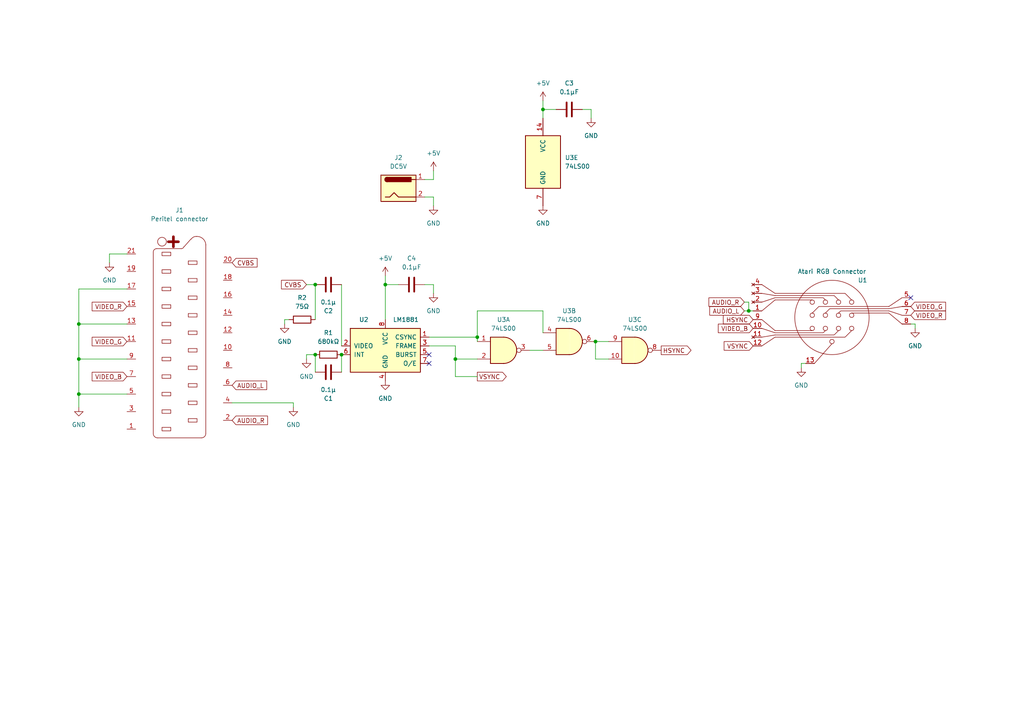
<source format=kicad_sch>
(kicad_sch (version 20230121) (generator eeschema)
  (paper "A4")
  (lib_symbols
    (symbol "74xx:74LS00" (pin_names (offset 1.016))
      (property "Reference" "U" (at 0 1.27 0))
      (property "Value" "74LS00" (at 0 -1.27 0))
      (symbol "74LS00_1_1"
        (arc (start 0 -3.81) (mid 3.7934 0) (end 0 3.81) (stroke (width 0.254)) (fill (type background)))
        (polyline (pts (xy 0 3.81) (xy -3.81 3.81) (xy -3.81 -3.81) (xy 0 -3.81)) (stroke (width 0.254)) (fill (type background)))
        (pin input line (at -7.62 2.54 0) (length 3.81) (name "~") (number "1"))
        (pin input line (at -7.62 -2.54 0) (length 3.81) (name "~") (number "2"))
        (pin output inverted (at 7.62 0 180) (length 3.81) (name "~") (number "3"))
      )
      (symbol "74LS00_1_2"
        (arc (start -3.81 -3.81) (mid -2.589 0) (end -3.81 3.81) (stroke (width 0.254)))
        (arc (start -0.6096 -3.81) (mid 2.1842 -2.5851) (end 3.81 0) (stroke (width 0.254)) (fill (type background)))
        (polyline (pts (xy -3.81 -3.81) (xy -0.635 -3.81)) (stroke (width 0.254)) (fill (type background)))
        (polyline (pts (xy -3.81 3.81) (xy -0.635 3.81)) (stroke (width 0.254)) (fill (type background)))
        (polyline (pts (xy -0.635 3.81) (xy -3.81 3.81) (xy -3.81 3.81) (xy -3.556 3.4036) (xy -3.0226 2.2606) (xy -2.6924 1.0414) (xy -2.6162 -0.254) (xy -2.7686 -1.4986) (xy -3.175 -2.7178) (xy -3.81 -3.81) (xy -3.81 -3.81) (xy -0.635 -3.81)) (stroke (width -25.4)) (fill (type background)))
        (arc (start 3.81 0) (mid 2.1915 2.5936) (end -0.6096 3.81) (stroke (width 0.254)) (fill (type background)))
        (pin input inverted (at -7.62 2.54 0) (length 4.318) (name "~") (number "1"))
        (pin input inverted (at -7.62 -2.54 0) (length 4.318) (name "~") (number "2"))
        (pin output line (at 7.62 0 180) (length 3.81) (name "~") (number "3"))
      )
      (symbol "74LS00_2_1"
        (arc (start 0 -3.81) (mid 3.7934 0) (end 0 3.81) (stroke (width 0.254)) (fill (type background)))
        (polyline (pts (xy 0 3.81) (xy -3.81 3.81) (xy -3.81 -3.81) (xy 0 -3.81)) (stroke (width 0.254)) (fill (type background)))
        (pin input line (at -7.62 2.54 0) (length 3.81) (name "~") (number "4"))
        (pin input line (at -7.62 -2.54 0) (length 3.81) (name "~") (number "5"))
        (pin output inverted (at 7.62 0 180) (length 3.81) (name "~") (number "6"))
      )
      (symbol "74LS00_2_2"
        (arc (start -3.81 -3.81) (mid -2.589 0) (end -3.81 3.81) (stroke (width 0.254)))
        (arc (start -0.6096 -3.81) (mid 2.1842 -2.5851) (end 3.81 0) (stroke (width 0.254)) (fill (type background)))
        (polyline (pts (xy -3.81 -3.81) (xy -0.635 -3.81)) (stroke (width 0.254)) (fill (type background)))
        (polyline (pts (xy -3.81 3.81) (xy -0.635 3.81)) (stroke (width 0.254)) (fill (type background)))
        (polyline (pts (xy -0.635 3.81) (xy -3.81 3.81) (xy -3.81 3.81) (xy -3.556 3.4036) (xy -3.0226 2.2606) (xy -2.6924 1.0414) (xy -2.6162 -0.254) (xy -2.7686 -1.4986) (xy -3.175 -2.7178) (xy -3.81 -3.81) (xy -3.81 -3.81) (xy -0.635 -3.81)) (stroke (width -25.4)) (fill (type background)))
        (arc (start 3.81 0) (mid 2.1915 2.5936) (end -0.6096 3.81) (stroke (width 0.254)) (fill (type background)))
        (pin input inverted (at -7.62 2.54 0) (length 4.318) (name "~") (number "4"))
        (pin input inverted (at -7.62 -2.54 0) (length 4.318) (name "~") (number "5"))
        (pin output line (at 7.62 0 180) (length 3.81) (name "~") (number "6"))
      )
      (symbol "74LS00_3_1"
        (arc (start 0 -3.81) (mid 3.7934 0) (end 0 3.81) (stroke (width 0.254)) (fill (type background)))
        (polyline (pts (xy 0 3.81) (xy -3.81 3.81) (xy -3.81 -3.81) (xy 0 -3.81)) (stroke (width 0.254)) (fill (type background)))
        (pin input line (at -7.62 -2.54 0) (length 3.81) (name "~") (number "10"))
        (pin output inverted (at 7.62 0 180) (length 3.81) (name "~") (number "8"))
        (pin input line (at -7.62 2.54 0) (length 3.81) (name "~") (number "9"))
      )
      (symbol "74LS00_3_2"
        (arc (start -3.81 -3.81) (mid -2.589 0) (end -3.81 3.81) (stroke (width 0.254)))
        (arc (start -0.6096 -3.81) (mid 2.1842 -2.5851) (end 3.81 0) (stroke (width 0.254)) (fill (type background)))
        (polyline (pts (xy -3.81 -3.81) (xy -0.635 -3.81)) (stroke (width 0.254)) (fill (type background)))
        (polyline (pts (xy -3.81 3.81) (xy -0.635 3.81)) (stroke (width 0.254)) (fill (type background)))
        (polyline (pts (xy -0.635 3.81) (xy -3.81 3.81) (xy -3.81 3.81) (xy -3.556 3.4036) (xy -3.0226 2.2606) (xy -2.6924 1.0414) (xy -2.6162 -0.254) (xy -2.7686 -1.4986) (xy -3.175 -2.7178) (xy -3.81 -3.81) (xy -3.81 -3.81) (xy -0.635 -3.81)) (stroke (width -25.4)) (fill (type background)))
        (arc (start 3.81 0) (mid 2.1915 2.5936) (end -0.6096 3.81) (stroke (width 0.254)) (fill (type background)))
        (pin input inverted (at -7.62 -2.54 0) (length 4.318) (name "~") (number "10"))
        (pin output line (at 7.62 0 180) (length 3.81) (name "~") (number "8"))
        (pin input inverted (at -7.62 2.54 0) (length 4.318) (name "~") (number "9"))
      )
      (symbol "74LS00_4_1"
        (arc (start 0 -3.81) (mid 3.7934 0) (end 0 3.81) (stroke (width 0.254)) (fill (type background)))
        (polyline (pts (xy 0 3.81) (xy -3.81 3.81) (xy -3.81 -3.81) (xy 0 -3.81)) (stroke (width 0.254)) (fill (type background)))
        (pin output inverted (at 7.62 0 180) (length 3.81) (name "~") (number "11"))
        (pin input line (at -7.62 2.54 0) (length 3.81) (name "~") (number "12"))
        (pin input line (at -7.62 -2.54 0) (length 3.81) (name "~") (number "13"))
      )
      (symbol "74LS00_4_2"
        (arc (start -3.81 -3.81) (mid -2.589 0) (end -3.81 3.81) (stroke (width 0.254)))
        (arc (start -0.6096 -3.81) (mid 2.1842 -2.5851) (end 3.81 0) (stroke (width 0.254)) (fill (type background)))
        (polyline (pts (xy -3.81 -3.81) (xy -0.635 -3.81)) (stroke (width 0.254)) (fill (type background)))
        (polyline (pts (xy -3.81 3.81) (xy -0.635 3.81)) (stroke (width 0.254)) (fill (type background)))
        (polyline (pts (xy -0.635 3.81) (xy -3.81 3.81) (xy -3.81 3.81) (xy -3.556 3.4036) (xy -3.0226 2.2606) (xy -2.6924 1.0414) (xy -2.6162 -0.254) (xy -2.7686 -1.4986) (xy -3.175 -2.7178) (xy -3.81 -3.81) (xy -3.81 -3.81) (xy -0.635 -3.81)) (stroke (width -25.4)) (fill (type background)))
        (arc (start 3.81 0) (mid 2.1915 2.5936) (end -0.6096 3.81) (stroke (width 0.254)) (fill (type background)))
        (pin output line (at 7.62 0 180) (length 3.81) (name "~") (number "11"))
        (pin input inverted (at -7.62 2.54 0) (length 4.318) (name "~") (number "12"))
        (pin input inverted (at -7.62 -2.54 0) (length 4.318) (name "~") (number "13"))
      )
      (symbol "74LS00_5_0"
        (pin power_in line (at 0 12.7 270) (length 5.08) (name "VCC") (number "14"))
        (pin power_in line (at 0 -12.7 90) (length 5.08) (name "GND") (number "7"))
      )
      (symbol "74LS00_5_1"
        (rectangle (start -5.08 7.62) (end 5.08 -7.62) (stroke (width 0.254)) (fill (type background)))
      )
    )
    (symbol "Connector:Barrel_Jack" (pin_names (offset 1.016))
      (property "Reference" "J" (at 0 5.334 0))
      (property "Value" "Barrel_Jack" (at 0 -5.08 0))
      (symbol "Barrel_Jack_0_1"
        (rectangle (start -5.08 3.81) (end 5.08 -3.81) (stroke (width 0.254)) (fill (type background)))
        (arc (start -3.302 3.175) (mid -3.9343 2.54) (end -3.302 1.905) (stroke (width 0.254)))
        (arc (start -3.302 3.175) (mid -3.9343 2.54) (end -3.302 1.905) (stroke (width 0.254)) (fill (type outline)))
        (polyline (pts (xy 5.08 2.54) (xy 3.81 2.54)) (stroke (width 0.254)))
        (polyline (pts (xy -3.81 -2.54) (xy -2.54 -2.54) (xy -1.27 -1.27) (xy 0 -2.54) (xy 2.54 -2.54) (xy 5.08 -2.54)) (stroke (width 0.254)))
        (rectangle (start 3.683 3.175) (end -3.302 1.905) (stroke (width 0.254)) (fill (type outline)))
      )
      (symbol "Barrel_Jack_1_1"
        (pin passive line (at 7.62 2.54 180) (length 2.54) (name "~") (number "1"))
        (pin passive line (at 7.62 -2.54 180) (length 2.54) (name "~") (number "2"))
      )
    )
    (symbol "Connector:SCART-F" (pin_names (offset 0.762) hide)
      (property "Reference" "J" (at 0 31.75 0))
      (property "Value" "SCART-F" (at 1.016 -29.21 0))
      (symbol "SCART-F_0_1"
        (arc (start -7.62 -26.67) (mid -7.248 -27.568) (end -6.35 -27.94))
        (arc (start -6.604 26.9494) (mid -7.3224 26.6518) (end -7.62 25.9334))
        (rectangle (start -5.08 -24.892) (end -2.54 -25.908))
        (rectangle (start -5.08 -19.812) (end -2.54 -20.828))
        (rectangle (start -5.08 -14.732) (end -2.54 -15.748))
        (rectangle (start -5.08 -9.652) (end -2.54 -10.668))
        (rectangle (start -5.08 -4.572) (end -2.54 -5.588))
        (rectangle (start -5.08 0.508) (end -2.54 -0.508))
        (rectangle (start -5.08 5.588) (end -2.54 4.572))
        (rectangle (start -5.08 10.668) (end -2.54 9.652))
        (rectangle (start -5.08 15.748) (end -2.54 14.732))
        (rectangle (start -5.08 20.828) (end -2.54 19.812))
        (rectangle (start -5.08 25.908) (end -2.54 24.892))
        (circle (center -5.08 28.956) (radius 1.27))
        (polyline (pts (xy -7.62 22.86) (xy -7.62 -26.67)))
        (polyline (pts (xy -7.62 22.86) (xy -7.62 24.13)))
        (polyline (pts (xy -7.62 24.6634) (xy -7.62 24.13)))
        (polyline (pts (xy -7.62 24.6634) (xy -7.62 25.9334)))
        (polyline (pts (xy -6.604 26.9494) (xy 0.508 26.9494)))
        (polyline (pts (xy -6.35 -27.94) (xy 6.35 -27.94)))
        (polyline (pts (xy 3.302 29.718) (xy 1.27 27.432)))
        (polyline (pts (xy 4.826 30.48) (xy 5.08 30.48)))
        (polyline (pts (xy 7.62 -26.67) (xy 7.62 28.2194)))
        (arc (start 0.508 26.924) (mid 0.9569 27.0702) (end 1.2192 27.4574))
        (rectangle (start 2.54 -22.352) (end 5.08 -23.368))
        (rectangle (start 2.54 -17.272) (end 5.08 -18.288))
        (rectangle (start 2.54 -12.192) (end 5.08 -13.208))
        (rectangle (start 2.54 -7.112) (end 5.08 -8.128))
        (rectangle (start 2.54 -2.032) (end 5.08 -3.048))
        (rectangle (start 2.54 3.048) (end 5.08 2.032))
        (rectangle (start 2.54 8.128) (end 5.08 7.112))
        (rectangle (start 2.54 13.208) (end 5.08 12.192))
        (rectangle (start 2.54 18.288) (end 5.08 17.272))
        (rectangle (start 2.54 23.368) (end 5.08 22.352))
        (arc (start 4.826 30.48) (mid 3.999 30.2726) (end 3.3782 29.6926))
        (arc (start 6.35 -27.94) (mid 7.248 -27.568) (end 7.62 -26.67))
        (arc (start 7.62 27.94) (mid 6.8761 29.7361) (end 5.08 30.48))
        (text "+" (at -1.778 29.21 0) (effects (font (size 3.81 3.81) bold)))
      )
      (symbol "SCART-F_1_1"
        (pin passive line (at -15.24 -25.4 0) (length 2.54) (name "P1") (number "1"))
        (pin passive line (at 15.24 -2.54 180) (length 2.54) (name "P10") (number "10"))
        (pin passive line (at -15.24 0 0) (length 2.54) (name "P11") (number "11"))
        (pin passive line (at 15.24 2.54 180) (length 2.54) (name "P12") (number "12"))
        (pin passive line (at -15.24 5.08 0) (length 2.54) (name "P13") (number "13"))
        (pin passive line (at 15.24 7.62 180) (length 2.54) (name "P14") (number "14"))
        (pin passive line (at -15.24 10.16 0) (length 2.54) (name "P15") (number "15"))
        (pin passive line (at 15.24 12.7 180) (length 2.54) (name "P16") (number "16"))
        (pin passive line (at -15.24 15.24 0) (length 2.54) (name "P17") (number "17"))
        (pin passive line (at 15.24 17.78 180) (length 2.54) (name "P18") (number "18"))
        (pin passive line (at -15.24 20.32 0) (length 2.54) (name "P19") (number "19"))
        (pin passive line (at 15.24 -22.86 180) (length 2.54) (name "P2") (number "2"))
        (pin passive line (at 15.24 22.86 180) (length 2.54) (name "P20") (number "20"))
        (pin passive line (at -15.24 25.4 0) (length 2.54) (name "P21") (number "21"))
        (pin passive line (at -15.24 -20.32 0) (length 2.54) (name "P3") (number "3"))
        (pin passive line (at 15.24 -17.78 180) (length 2.54) (name "P4") (number "4"))
        (pin passive line (at -15.24 -15.24 0) (length 2.54) (name "P5") (number "5"))
        (pin passive line (at 15.24 -12.7 180) (length 2.54) (name "P6") (number "6"))
        (pin passive line (at -15.24 -10.16 0) (length 2.54) (name "P7") (number "7"))
        (pin passive line (at 15.24 -7.62 180) (length 2.54) (name "P8") (number "8"))
        (pin passive line (at -15.24 -5.08 0) (length 2.54) (name "P9") (number "9"))
      )
    )
    (symbol "Device:C" (pin_numbers hide) (pin_names (offset 0.254))
      (property "Reference" "C" (at 0.635 2.54 0))
      (property "Value" "C" (at 0.635 -2.54 0))
      (symbol "C_0_1"
        (polyline (pts (xy -2.032 -0.762) (xy 2.032 -0.762)) (stroke (width 0.508)))
        (polyline (pts (xy -2.032 0.762) (xy 2.032 0.762)) (stroke (width 0.508)))
      )
      (symbol "C_1_1"
        (pin passive line (at 0 3.81 270) (length 2.794) (name "~") (number "1"))
        (pin passive line (at 0 -3.81 90) (length 2.794) (name "~") (number "2"))
      )
    )
    (symbol "Device:R" (pin_numbers hide) (pin_names (offset 0))
      (property "Reference" "R" (at 2.032 0 90))
      (property "Value" "R" (at 0 0 90))
      (symbol "R_0_1"
        (rectangle (start -1.016 -2.54) (end 1.016 2.54) (stroke (width 0.254)))
      )
      (symbol "R_1_1"
        (pin passive line (at 0 3.81 270) (length 1.27) (name "~") (number "1"))
        (pin passive line (at 0 -3.81 90) (length 1.27) (name "~") (number "2"))
      )
    )
    (symbol "Video:LM1881" (pin_names (offset 1.016))
      (property "Reference" "U" (at -8.89 8.89 0))
      (property "Value" "LM1881" (at 6.35 8.89 0))
      (symbol "LM1881_0_1"
        (rectangle (start -10.16 7.62) (end 10.16 -5.08) (stroke (width 0.254)) (fill (type background)))
      )
      (symbol "LM1881_1_1"
        (pin output line (at 12.7 5.08 180) (length 2.54) (name "CSYNC") (number "1"))
        (pin input line (at -12.7 2.54 0) (length 2.54) (name "VIDEO") (number "2"))
        (pin output line (at 12.7 2.54 180) (length 2.54) (name "FRAME") (number "3"))
        (pin power_in line (at 0 -7.62 90) (length 2.54) (name "GND") (number "4"))
        (pin output line (at 12.7 0 180) (length 2.54) (name "BURST") (number "5"))
        (pin input line (at -12.7 0 0) (length 2.54) (name "INT") (number "6"))
        (pin output line (at 12.7 -2.54 180) (length 2.54) (name "O/E") (number "7"))
        (pin power_in line (at 0 10.16 270) (length 2.54) (name "VCC") (number "8"))
      )
    )
    (symbol "power:+5V" (power) (pin_names (offset 0))
      (property "Value" "+5V" (at 0 3.556 0))
      (symbol "+5V_0_1"
        (polyline (pts (xy -0.762 1.27) (xy 0 2.54)))
        (polyline (pts (xy 0 0) (xy 0 2.54)))
        (polyline (pts (xy 0 2.54) (xy 0.762 1.27)))
      )
      (symbol "+5V_1_1"
        (pin power_in line (at 0 0 90) (length 0) hide (name "+5V") (number "1"))
      )
    )
    (symbol "power:GND" (power) (pin_names (offset 0))
      (property "Value" "GND" (at 0 -3.81 0))
      (symbol "GND_0_1"
        (polyline (pts (xy 0 0) (xy 0 -1.27) (xy 1.27 -1.27) (xy 0 -2.54) (xy -1.27 -1.27) (xy 0 -1.27)))
      )
      (symbol "GND_1_1"
        (pin power_in line (at 0 0 270) (length 0) hide (name "GND") (number "1"))
      )
    )
    (symbol "sc1224-scart:DIN-13"
      (property "Reference" "U" (at 0 -14.605 0))
      (property "Value" "DIN-13" (at 0 -12.7 0))
      (symbol "DIN-13_0_1"
        (circle (center -5.715 -5.08) (radius 0.635))
        (circle (center -5.715 -1.27) (radius 0.635))
        (circle (center -5.715 2.54) (radius 0.635))
        (circle (center -1.905 -5.08) (radius 0.635))
        (circle (center -1.905 -1.27) (radius 0.635))
        (circle (center -1.905 2.54) (radius 0.635))
        (circle (center 0 -0.635) (radius 10.7763))
        (polyline (pts (xy -20.32 -3.81) (xy -16.51 -3.175)))
        (polyline (pts (xy -20.32 -1.27) (xy -16.51 -2.54)))
        (polyline (pts (xy -20.32 1.27) (xy -16.51 -1.905)))
        (polyline (pts (xy -16.51 -3.81) (xy -20.32 -6.35)))
        (polyline (pts (xy -5.715 -1.905) (xy -16.51 -1.905)))
        (polyline (pts (xy 5.08 12.7) (xy 0 6.985)))
        (polyline (pts (xy 5.715 -5.715) (xy 16.51 -5.715)))
        (polyline (pts (xy 5.715 3.175) (xy 16.51 3.175)))
        (polyline (pts (xy 16.51 -7.62) (xy 20.32 -10.16)))
        (polyline (pts (xy 16.51 5.08) (xy 20.32 7.62)))
        (polyline (pts (xy 20.32 -7.62) (xy 16.51 -6.985)))
        (polyline (pts (xy 20.32 -5.08) (xy 16.51 -6.35)))
        (polyline (pts (xy 20.32 -2.54) (xy 16.51 -5.715)))
        (polyline (pts (xy 20.32 0) (xy 16.51 3.175)))
        (polyline (pts (xy 20.32 2.54) (xy 16.51 3.81)))
        (polyline (pts (xy 20.32 5.08) (xy 16.51 4.445)))
        (polyline (pts (xy -5.715 -5.715) (xy -3.81 -7.62) (xy 16.51 -7.62)))
        (polyline (pts (xy -5.715 3.175) (xy -3.81 5.08) (xy 16.51 5.08)))
        (polyline (pts (xy -1.905 -5.715) (xy -0.635 -6.985) (xy 16.51 -6.985)))
        (polyline (pts (xy -1.905 -1.905) (xy -2.54 -2.54) (xy -16.51 -2.54)))
        (polyline (pts (xy -1.905 3.175) (xy -0.635 4.445) (xy 16.51 4.445)))
        (polyline (pts (xy 1.905 -5.715) (xy 2.54 -6.35) (xy 16.51 -6.35)))
        (polyline (pts (xy 1.905 -1.905) (xy 0.635 -3.175) (xy -16.51 -3.175)))
        (polyline (pts (xy 1.905 3.175) (xy 2.54 3.81) (xy 16.51 3.81)))
        (polyline (pts (xy 5.715 -1.905) (xy 3.81 -3.81) (xy -16.51 -3.81)))
        (circle (center 0 6.35) (radius 0.635))
        (circle (center 1.905 -5.08) (radius 0.635))
        (circle (center 1.905 -1.27) (radius 0.635))
        (circle (center 1.905 2.54) (radius 0.635))
        (circle (center 5.715 -5.08) (radius 0.635))
        (circle (center 5.715 -1.27) (radius 0.635))
        (circle (center 5.715 2.54) (radius 0.635))
      )
      (symbol "DIN-13_1_1"
        (pin input line (at 22.86 -2.54 180) (length 2.54) (name "") (number "1"))
        (pin input line (at 22.86 2.54 180) (length 2.54) (name "") (number "10"))
        (pin no_connect line (at 22.86 5.08 180) (length 2.54) (name "") (number "11"))
        (pin input line (at 22.86 7.62 180) (length 2.54) (name "") (number "12"))
        (pin power_in line (at 7.62 12.7 180) (length 2.54) (name "") (number "13"))
        (pin no_connect line (at 22.86 -5.08 180) (length 2.54) (name "") (number "2"))
        (pin no_connect line (at 22.86 -7.62 180) (length 2.54) (name "") (number "3"))
        (pin no_connect line (at 22.86 -10.16 180) (length 2.54) (name "") (number "4"))
        (pin power_in line (at -22.86 -6.35 0) (length 2.54) (name "") (number "5"))
        (pin input line (at -22.86 -3.81 0) (length 2.54) (name "") (number "6"))
        (pin input line (at -22.86 -1.27 0) (length 2.54) (name "") (number "7"))
        (pin power_in line (at -22.86 1.27 0) (length 2.54) (name "") (number "8"))
        (pin input line (at 22.86 0 180) (length 2.54) (name "") (number "9"))
      )
    )
  )
  (junction (at 99.06 102.87))
  (junction (at 91.44 82.55))
  (junction (at 22.86 104.14))
  (junction (at 22.86 93.98))
  (junction (at 22.86 114.3))
  (junction (at 217.17 90.17))
  (junction (at 138.43 97.79))
  (junction (at 111.76 82.55))
  (junction (at 91.44 102.87))
  (junction (at 132.08 104.14))
  (junction (at 172.72 99.06))
  (junction (at 157.48 31.75))
  (no_connect (at 124.46 105.41))
  (no_connect (at 264.16 86.36))
  (no_connect (at 124.46 102.87))
  (wire (pts (xy 31.75 76.2) (xy 31.75 73.66)))
  (wire (pts (xy 123.19 57.15) (xy 125.73 57.15)))
  (wire (pts (xy 215.9 90.17) (xy 217.17 90.17)))
  (wire (pts (xy 22.86 93.98) (xy 22.86 104.14)))
  (wire (pts (xy 138.43 90.17) (xy 157.48 90.17)))
  (wire (pts (xy 22.86 104.14) (xy 36.83 104.14)))
  (wire (pts (xy 153.67 101.6) (xy 157.48 101.6)))
  (wire (pts (xy 88.9 102.87) (xy 91.44 102.87)))
  (wire (pts (xy 111.76 82.55) (xy 111.76 92.71)))
  (wire (pts (xy 232.41 106.68) (xy 232.41 105.41)))
  (wire (pts (xy 85.09 116.84) (xy 67.31 116.84)))
  (wire (pts (xy 125.73 82.55) (xy 125.73 85.09)))
  (wire (pts (xy 172.72 104.14) (xy 176.53 104.14)))
  (wire (pts (xy 115.57 82.55) (xy 111.76 82.55)))
  (wire (pts (xy 22.86 114.3) (xy 22.86 118.11)))
  (wire (pts (xy 132.08 104.14) (xy 138.43 104.14)))
  (wire (pts (xy 138.43 97.79) (xy 138.43 99.06)))
  (wire (pts (xy 217.17 90.17) (xy 217.17 87.63)))
  (wire (pts (xy 111.76 80.01) (xy 111.76 82.55)))
  (wire (pts (xy 132.08 100.33) (xy 132.08 104.14)))
  (wire (pts (xy 31.75 73.66) (xy 36.83 73.66)))
  (wire (pts (xy 124.46 97.79) (xy 138.43 97.79)))
  (wire (pts (xy 172.72 99.06) (xy 172.72 104.14)))
  (wire (pts (xy 265.43 93.98) (xy 264.16 93.98)))
  (wire (pts (xy 124.46 100.33) (xy 132.08 100.33)))
  (wire (pts (xy 99.06 82.55) (xy 99.06 100.33)))
  (wire (pts (xy 22.86 104.14) (xy 22.86 114.3)))
  (wire (pts (xy 132.08 104.14) (xy 132.08 109.22)))
  (wire (pts (xy 99.06 102.87) (xy 99.06 107.95)))
  (wire (pts (xy 88.9 82.55) (xy 91.44 82.55)))
  (wire (pts (xy 91.44 102.87) (xy 91.44 107.95)))
  (wire (pts (xy 265.43 93.98) (xy 265.43 95.25)))
  (wire (pts (xy 125.73 52.07) (xy 125.73 49.53)))
  (wire (pts (xy 82.55 93.98) (xy 82.55 92.71)))
  (wire (pts (xy 172.72 99.06) (xy 176.53 99.06)))
  (wire (pts (xy 22.86 114.3) (xy 36.83 114.3)))
  (wire (pts (xy 157.48 90.17) (xy 157.48 96.52)))
  (wire (pts (xy 171.45 31.75) (xy 168.91 31.75)))
  (wire (pts (xy 161.29 31.75) (xy 157.48 31.75)))
  (wire (pts (xy 217.17 87.63) (xy 215.9 87.63)))
  (wire (pts (xy 132.08 109.22) (xy 138.43 109.22)))
  (wire (pts (xy 22.86 93.98) (xy 36.83 93.98)))
  (wire (pts (xy 22.86 83.82) (xy 36.83 83.82)))
  (wire (pts (xy 232.41 105.41) (xy 233.68 105.41)))
  (wire (pts (xy 218.44 90.17) (xy 217.17 90.17)))
  (wire (pts (xy 88.9 104.14) (xy 88.9 102.87)))
  (wire (pts (xy 138.43 97.79) (xy 138.43 90.17)))
  (wire (pts (xy 85.09 118.11) (xy 85.09 116.84)))
  (wire (pts (xy 125.73 57.15) (xy 125.73 59.69)))
  (wire (pts (xy 171.45 31.75) (xy 171.45 34.29)))
  (wire (pts (xy 91.44 82.55) (xy 91.44 92.71)))
  (wire (pts (xy 157.48 29.21) (xy 157.48 31.75)))
  (wire (pts (xy 157.48 31.75) (xy 157.48 34.29)))
  (wire (pts (xy 82.55 92.71) (xy 83.82 92.71)))
  (wire (pts (xy 125.73 82.55) (xy 123.19 82.55)))
  (wire (pts (xy 22.86 83.82) (xy 22.86 93.98)))
  (wire (pts (xy 123.19 52.07) (xy 125.73 52.07)))
  (global_label "AUDIO_R" (shape input) (at 215.9 87.63 180) (property "Intersheetrefs" "${INTERSHEET_REFS}" (effects hide)))
  (global_label "VIDEO_R" (shape input) (at 36.83 88.9 180) (property "Intersheetrefs" "${INTERSHEET_REFS}" (effects hide)))
  (global_label "CVBS" (shape input) (at 88.9 82.55 180) (property "Intersheetrefs" "${INTERSHEET_REFS}" (effects hide)))
  (global_label "CVBS" (shape input) (at 67.31 76.2 0) (property "Intersheetrefs" "${INTERSHEET_REFS}" (effects hide)))
  (global_label "VIDEO_G" (shape input) (at 36.83 99.06 180) (property "Intersheetrefs" "${INTERSHEET_REFS}" (effects hide)))
  (global_label "VIDEO_G" (shape input) (at 264.16 88.9 0) (property "Intersheetrefs" "${INTERSHEET_REFS}" (effects hide)))
  (global_label "HSYNC" (shape output) (at 191.77 101.6 0) (property "Intersheetrefs" "${INTERSHEET_REFS}" (effects hide)))
  (global_label "VSYNC" (shape input) (at 218.44 100.33 180) (property "Intersheetrefs" "${INTERSHEET_REFS}" (effects hide)))
  (global_label "AUDIO_R" (shape input) (at 67.31 121.92 0) (property "Intersheetrefs" "${INTERSHEET_REFS}" (effects hide)))
  (global_label "VIDEO_B" (shape input) (at 218.44 95.25 180) (property "Intersheetrefs" "${INTERSHEET_REFS}" (effects hide)))
  (global_label "VIDEO_R" (shape input) (at 264.16 91.44 0) (property "Intersheetrefs" "${INTERSHEET_REFS}" (effects hide)))
  (global_label "VSYNC" (shape output) (at 138.43 109.22 0) (property "Intersheetrefs" "${INTERSHEET_REFS}" (effects hide)))
  (global_label "VIDEO_B" (shape input) (at 36.83 109.22 180) (property "Intersheetrefs" "${INTERSHEET_REFS}" (effects hide)))
  (global_label "AUDIO_L" (shape input) (at 215.9 90.17 180) (property "Intersheetrefs" "${INTERSHEET_REFS}" (effects hide)))
  (global_label "AUDIO_L" (shape input) (at 67.31 111.76 0) (property "Intersheetrefs" "${INTERSHEET_REFS}" (effects hide)))
  (global_label "HSYNC" (shape input) (at 218.44 92.71 180) (property "Intersheetrefs" "${INTERSHEET_REFS}" (effects hide)))
  (symbol (lib_id "Device:C") (at 95.25 82.55 90) (unit 1)
    (property "Reference" "C2" (at 95.25 90.17 90))
    (property "Value" "0.1µ" (at 95.25 87.63 90))
    (property "Footprint" "Capacitor_Tantalum_SMD:CP_EIA-2012-15_AVX-P_Pad1.30x1.05mm_HandSolder" (effects hide))
  )
  (symbol (lib_id "Device:C") (at 95.25 107.95 90) (unit 1)
    (property "Reference" "C1" (at 95.25 115.57 90))
    (property "Value" "0.1µ" (at 95.25 113.03 90))
    (property "Footprint" "Capacitor_Tantalum_SMD:CP_EIA-2012-15_AVX-P_Pad1.30x1.05mm_HandSolder" (effects hide))
  )
  (symbol (lib_id "power:GND") (at 85.09 118.11 0) (unit 1)
    (property "Reference" "#PWR013" (effects hide))
    (property "Value" "GND" (at 85.09 123.19 0))
  )
  (symbol (lib_id "Device:R") (at 95.25 102.87 90) (unit 1)
    (property "Reference" "R1" (at 95.25 96.52 90))
    (property "Value" "680kΩ" (at 95.25 99.06 90))
    (property "Footprint" "Resistor_SMD:R_0805_2012Metric_Pad1.20x1.40mm_HandSolder" (effects hide))
  )
  (symbol (lib_id "74xx:74LS00") (at 184.15 101.6 0) (unit 3)
    (property "Reference" "U3" (at 184.1417 92.71 0))
    (property "Value" "74LS00" (at 184.1417 95.25 0))
    (property "Footprint" "Package_SO:SSOP-14_5.3x6.2mm_P0.65mm" (effects hide))
    (property "Datasheet" "http://www.ti.com/lit/gpn/sn74ls00" (effects hide))
  )
  (symbol (lib_id "power:GND") (at 31.75 76.2 0) (unit 1)
    (property "Reference" "#PWR014" (effects hide))
    (property "Value" "GND" (at 31.75 81.28 0))
  )
  (symbol (lib_id "power:GND") (at 157.48 59.69 0) (unit 1)
    (property "Reference" "#PWR05" (effects hide))
    (property "Value" "GND" (at 157.48 64.77 0))
  )
  (symbol (lib_id "power:GND") (at 125.73 59.69 0) (unit 1)
    (property "Reference" "#PWR015" (effects hide))
    (property "Value" "GND" (at 125.73 64.77 0))
  )
  (symbol (lib_id "Device:R") (at 87.63 92.71 90) (unit 1)
    (property "Reference" "R2" (at 87.63 86.36 90))
    (property "Value" "75Ω" (at 87.63 88.9 90))
    (property "Footprint" "Resistor_SMD:R_0805_2012Metric_Pad1.20x1.40mm_HandSolder" (effects hide))
  )
  (symbol (lib_id "Device:C") (at 119.38 82.55 90) (unit 1)
    (property "Reference" "C4" (at 119.38 74.93 90))
    (property "Value" "0.1µF" (at 119.38 77.47 90))
    (property "Footprint" "Capacitor_Tantalum_SMD:CP_EIA-2012-15_AVX-P_Pad1.30x1.05mm_HandSolder" (effects hide))
  )
  (symbol (lib_id "74xx:74LS00") (at 157.48 46.99 0) (unit 5)
    (property "Reference" "U3" (at 163.83 45.72 0) (effects (justify left)))
    (property "Value" "74LS00" (at 163.83 48.26 0) (effects (justify left)))
    (property "Footprint" "Package_SO:SSOP-14_5.3x6.2mm_P0.65mm" (effects hide))
    (property "Datasheet" "http://www.ti.com/lit/gpn/sn74ls00" (effects hide))
  )
  (symbol (lib_id "Connector:Barrel_Jack") (at 115.57 54.61 0) (unit 1)
    (property "Reference" "J2" (at 115.57 45.72 0))
    (property "Value" "DC5V" (at 115.57 48.26 0))
    (property "Footprint" "Connector_BarrelJack:BarrelJack_Wuerth_6941xx301002" (effects hide))
  )
  (symbol (lib_id "power:GND") (at 111.76 110.49 0) (unit 1)
    (property "Reference" "#PWR09" (effects hide))
    (property "Value" "GND" (at 111.76 115.57 0))
  )
  (symbol (lib_id "power:+5V") (at 157.48 29.21 0) (unit 1)
    (property "Reference" "#PWR07" (effects hide))
    (property "Value" "+5V" (at 157.48 24.13 0))
  )
  (symbol (lib_id "power:+5V") (at 111.76 80.01 0) (unit 1)
    (property "Reference" "#PWR06" (effects hide))
    (property "Value" "+5V" (at 111.76 74.93 0))
  )
  (symbol (lib_id "power:GND") (at 125.73 85.09 0) (unit 1)
    (property "Reference" "#PWR08" (effects hide))
    (property "Value" "GND" (at 125.73 90.17 0))
  )
  (symbol (lib_id "74xx:74LS00") (at 165.1 99.06 0) (unit 2)
    (property "Reference" "U3" (at 165.0917 90.17 0))
    (property "Value" "74LS00" (at 165.0917 92.71 0))
    (property "Footprint" "Package_SO:SSOP-14_5.3x6.2mm_P0.65mm" (effects hide))
    (property "Datasheet" "http://www.ti.com/lit/gpn/sn74ls00" (effects hide))
  )
  (symbol (lib_id "power:GND") (at 265.43 95.25 0) (unit 1)
    (property "Reference" "#PWR02" (effects hide))
    (property "Value" "GND" (at 265.43 100.33 0))
  )
  (symbol (lib_id "power:GND") (at 82.55 93.98 0) (unit 1)
    (property "Reference" "#PWR011" (effects hide))
    (property "Value" "GND" (at 82.55 99.06 0))
  )
  (symbol (lib_id "Video:LM1881") (at 111.76 102.87 0) (unit 1)
    (property "Reference" "U2" (at 104.14 92.71 0) (effects (justify left)))
    (property "Value" "LM1881" (at 113.9541 92.71 0) (effects (justify left)))
    (property "Footprint" "Package_SO:SOIC-8_3.9x4.9mm_P1.27mm" (effects hide))
  )
  (symbol (lib_id "74xx:74LS00") (at 146.05 101.6 0) (unit 1)
    (property "Reference" "U3" (at 146.0417 92.71 0))
    (property "Value" "74LS00" (at 146.0417 95.25 0))
    (property "Footprint" "Package_SO:SSOP-14_5.3x6.2mm_P0.65mm" (effects hide))
    (property "Datasheet" "http://www.ti.com/lit/gpn/sn74ls00" (effects hide))
  )
  (symbol (lib_id "Connector:SCART-F") (at 52.07 99.06 0) (unit 1)
    (property "Reference" "J1" (at 52.07 60.96 0))
    (property "Value" "Peritel connector" (at 52.07 63.5 0))
    (property "Footprint" "sc1224-scart:SCART" (effects hide))
    (property "Datasheet" " ~" (effects hide))
  )
  (symbol (lib_id "power:GND") (at 88.9 104.14 0) (unit 1)
    (property "Reference" "#PWR010" (effects hide))
    (property "Value" "GND" (at 88.9 109.22 0))
  )
  (symbol (lib_id "Device:C") (at 165.1 31.75 90) (unit 1)
    (property "Reference" "C3" (at 165.1 24.13 90))
    (property "Value" "0.1µF" (at 165.1 26.67 90))
    (property "Footprint" "Capacitor_Tantalum_SMD:CP_EIA-2012-15_AVX-P_Pad1.30x1.05mm_HandSolder" (effects hide))
  )
  (symbol (lib_id "sc1224-scart:DIN-13") (at 241.3 92.71 180) (unit 1)
    (property "Reference" "U1" (at 250.19 81.28 0))
    (property "Value" "Atari RGB Connector" (at 241.3 78.74 0))
    (property "Footprint" "sc1224-scart:DIN-13" (effects hide))
  )
  (symbol (lib_id "power:GND") (at 232.41 106.68 0) (unit 1)
    (property "Reference" "#PWR01" (effects hide))
    (property "Value" "GND" (at 232.41 111.76 0))
  )
  (symbol (lib_id "power:GND") (at 171.45 34.29 0) (unit 1)
    (property "Reference" "#PWR04" (effects hide))
    (property "Value" "GND" (at 171.45 39.37 0))
  )
  (symbol (lib_id "power:+5V") (at 125.73 49.53 0) (unit 1)
    (property "Reference" "#PWR03" (effects hide))
    (property "Value" "+5V" (at 125.73 44.45 0))
  )
  (symbol (lib_id "power:GND") (at 22.86 118.11 0) (unit 1)
    (property "Reference" "#PWR012" (effects hide))
    (property "Value" "GND" (at 22.86 123.19 0))
  )
)
</source>
